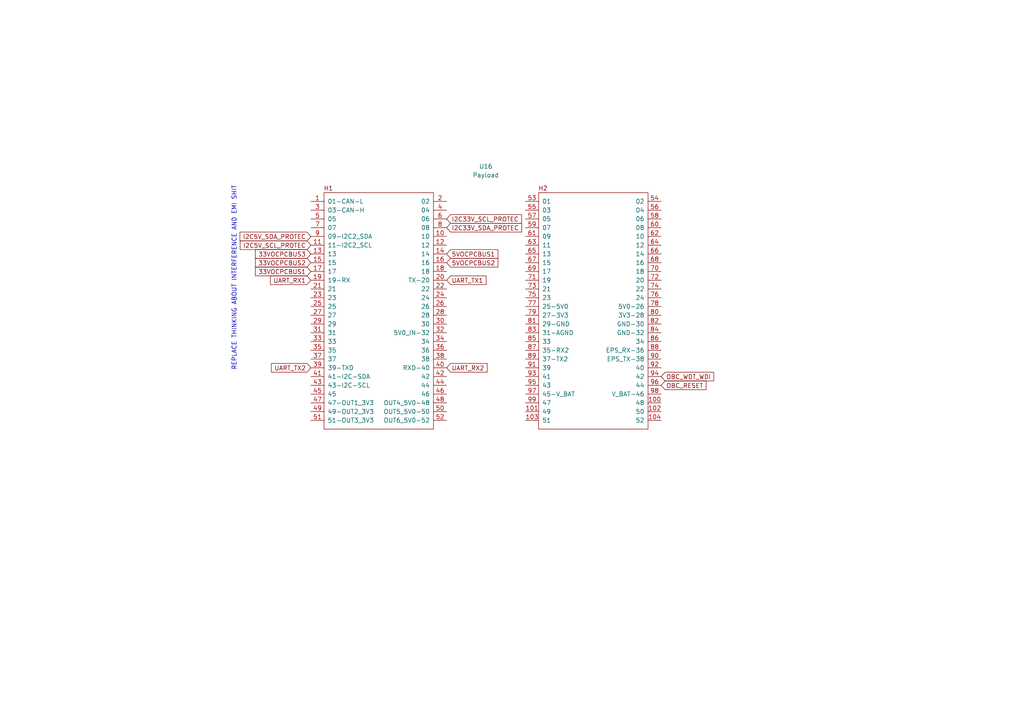
<source format=kicad_sch>
(kicad_sch (version 20231120) (generator "eeschema") (generator_version "8.0")
  (paper "A4")
  (lib_symbols
    (symbol "PC104:Payload" (pin_names (offset 1.016))
      (property "Reference" "U" (at 44.45 34.29 0))
      (property "Value" "Payload" (at 43.18 -36.83 0))
      (symbol "Payload_0_0"
        (text "H1" (at -45.72 34.29 0) (effects (font (size 1.27 1.27))))
        (text "H2" (at 16.51 34.29 0) (effects (font (size 1.27 1.27))))
      )
      (symbol "Payload_0_1"
        (rectangle (start -46.99 33.02) (end -15.24 -35.56))
        (rectangle (start 15.24 -35.56) (end 46.99 33.02))
      )
      (symbol "Payload_1_1"
        (pin bidirectional line (at -50.8 30.48 0) (length 3.81) (name "01-CAN-L") (number "1"))
        (pin input line (at -11.43 20.32 180) (length 3.81) (name "10") (number "10"))
        (pin output line (at 50.8 -27.94 180) (length 3.81) (name "48") (number "100"))
        (pin output line (at 11.43 -30.48 0) (length 3.81) (name "49") (number "101"))
        (pin output line (at 50.8 -30.48 180) (length 3.81) (name "50") (number "102"))
        (pin output line (at 11.43 -33.02 0) (length 3.81) (name "51") (number "103"))
        (pin output line (at 50.8 -33.02 180) (length 3.81) (name "52") (number "104"))
        (pin input line (at -50.8 17.78 0) (length 3.81) (name "11-I2C2_SCL") (number "11"))
        (pin input line (at -11.43 17.78 180) (length 3.81) (name "12") (number "12"))
        (pin input line (at -50.8 15.24 0) (length 3.81) (name "13") (number "13"))
        (pin input line (at -11.43 15.24 180) (length 3.81) (name "14") (number "14"))
        (pin input line (at -50.8 12.7 0) (length 3.81) (name "15") (number "15"))
        (pin input line (at -11.43 12.7 180) (length 3.81) (name "16") (number "16"))
        (pin input line (at -50.8 10.16 0) (length 3.81) (name "17") (number "17"))
        (pin input line (at -11.43 10.16 180) (length 3.81) (name "18") (number "18"))
        (pin input line (at -50.8 7.62 0) (length 3.81) (name "19-RX") (number "19"))
        (pin input line (at -11.43 30.48 180) (length 3.81) (name "02") (number "2"))
        (pin output line (at -11.43 7.62 180) (length 3.81) (name "TX-20") (number "20"))
        (pin input line (at -50.8 5.08 0) (length 3.81) (name "21") (number "21"))
        (pin input line (at -11.43 5.08 180) (length 3.81) (name "22") (number "22"))
        (pin input line (at -50.8 2.54 0) (length 3.81) (name "23") (number "23"))
        (pin input line (at -11.43 2.54 180) (length 3.81) (name "24") (number "24"))
        (pin input line (at -50.8 0 0) (length 3.81) (name "25") (number "25"))
        (pin input line (at -11.43 0 180) (length 3.81) (name "26") (number "26"))
        (pin input line (at -50.8 -2.54 0) (length 3.81) (name "27") (number "27"))
        (pin input line (at -11.43 -2.54 180) (length 3.81) (name "28") (number "28"))
        (pin input line (at -50.8 -5.08 0) (length 3.81) (name "29") (number "29"))
        (pin bidirectional line (at -50.8 27.94 0) (length 3.81) (name "03-CAN-H") (number "3"))
        (pin input line (at -11.43 -5.08 180) (length 3.81) (name "30") (number "30"))
        (pin input line (at -50.8 -7.62 0) (length 3.81) (name "31") (number "31"))
        (pin input line (at -11.43 -7.62 180) (length 3.81) (name "5V0_IN-32") (number "32"))
        (pin input line (at -50.8 -10.16 0) (length 3.81) (name "33") (number "33"))
        (pin input line (at -11.43 -10.16 180) (length 3.81) (name "34") (number "34"))
        (pin input line (at -50.8 -12.7 0) (length 3.81) (name "35") (number "35"))
        (pin input line (at -11.43 -12.7 180) (length 3.81) (name "36") (number "36"))
        (pin input line (at -50.8 -15.24 0) (length 3.81) (name "37") (number "37"))
        (pin input line (at -11.43 -15.24 180) (length 3.81) (name "38") (number "38"))
        (pin output line (at -50.8 -17.78 0) (length 3.81) (name "39-TXD") (number "39"))
        (pin input line (at -11.43 27.94 180) (length 3.81) (name "04") (number "4"))
        (pin input line (at -11.43 -17.78 180) (length 3.81) (name "RXD-40") (number "40"))
        (pin bidirectional line (at -50.8 -20.32 0) (length 3.81) (name "41-I2C-SDA") (number "41"))
        (pin input line (at -11.43 -20.32 180) (length 3.81) (name "42") (number "42"))
        (pin input line (at -50.8 -22.86 0) (length 3.81) (name "43-I2C-SCL") (number "43"))
        (pin input line (at -11.43 -22.86 180) (length 3.81) (name "44") (number "44"))
        (pin input line (at -50.8 -25.4 0) (length 3.81) (name "45") (number "45"))
        (pin input line (at -11.43 -25.4 180) (length 3.81) (name "46") (number "46"))
        (pin output line (at -50.8 -27.94 0) (length 3.81) (name "47-OUT1_3V3") (number "47"))
        (pin output line (at -11.43 -27.94 180) (length 3.81) (name "OUT4_5V0-48") (number "48"))
        (pin output line (at -50.8 -30.48 0) (length 3.81) (name "49-OUT2_3V3") (number "49"))
        (pin input line (at -50.8 25.4 0) (length 3.81) (name "05") (number "5"))
        (pin output line (at -11.43 -30.48 180) (length 3.81) (name "OUT5_5V0-50") (number "50"))
        (pin output line (at -50.8 -33.02 0) (length 3.81) (name "51-OUT3_3V3") (number "51"))
        (pin output line (at -11.43 -33.02 180) (length 3.81) (name "OUT6_5V0-52") (number "52"))
        (pin output line (at 11.43 30.48 0) (length 3.81) (name "01") (number "53"))
        (pin output line (at 50.8 30.48 180) (length 3.81) (name "02") (number "54"))
        (pin output line (at 11.43 27.94 0) (length 3.81) (name "03") (number "55"))
        (pin output line (at 50.8 27.94 180) (length 3.81) (name "04") (number "56"))
        (pin output line (at 11.43 25.4 0) (length 3.81) (name "05") (number "57"))
        (pin output line (at 50.8 25.4 180) (length 3.81) (name "06") (number "58"))
        (pin output line (at 11.43 22.86 0) (length 3.81) (name "07") (number "59"))
        (pin input line (at -11.43 25.4 180) (length 3.81) (name "06") (number "6"))
        (pin output line (at 50.8 22.86 180) (length 3.81) (name "08") (number "60"))
        (pin output line (at 11.43 20.32 0) (length 3.81) (name "09") (number "61"))
        (pin output line (at 50.8 20.32 180) (length 3.81) (name "10") (number "62"))
        (pin output line (at 11.43 17.78 0) (length 3.81) (name "11") (number "63"))
        (pin output line (at 50.8 17.78 180) (length 3.81) (name "12") (number "64"))
        (pin output line (at 11.43 15.24 0) (length 3.81) (name "13") (number "65"))
        (pin output line (at 50.8 15.24 180) (length 3.81) (name "14") (number "66"))
        (pin output line (at 11.43 12.7 0) (length 3.81) (name "15") (number "67"))
        (pin output line (at 50.8 12.7 180) (length 3.81) (name "16") (number "68"))
        (pin output line (at 11.43 10.16 0) (length 3.81) (name "17") (number "69"))
        (pin input line (at -50.8 22.86 0) (length 3.81) (name "07") (number "7"))
        (pin output line (at 50.8 10.16 180) (length 3.81) (name "18") (number "70"))
        (pin output line (at 11.43 7.62 0) (length 3.81) (name "19") (number "71"))
        (pin output line (at 50.8 7.62 180) (length 3.81) (name "20") (number "72"))
        (pin output line (at 11.43 5.08 0) (length 3.81) (name "21") (number "73"))
        (pin output line (at 50.8 5.08 180) (length 3.81) (name "22") (number "74"))
        (pin output line (at 11.43 2.54 0) (length 3.81) (name "23") (number "75"))
        (pin output line (at 50.8 2.54 180) (length 3.81) (name "24") (number "76"))
        (pin output line (at 11.43 0 0) (length 3.81) (name "25-5V0") (number "77"))
        (pin output line (at 50.8 0 180) (length 3.81) (name "5V0-26") (number "78"))
        (pin output line (at 11.43 -2.54 0) (length 3.81) (name "27-3V3") (number "79"))
        (pin input line (at -11.43 22.86 180) (length 3.81) (name "08") (number "8"))
        (pin output line (at 50.8 -2.54 180) (length 3.81) (name "3V3-28") (number "80"))
        (pin output line (at 11.43 -5.08 0) (length 3.81) (name "29-GND") (number "81"))
        (pin output line (at 50.8 -5.08 180) (length 3.81) (name "GND-30") (number "82"))
        (pin output line (at 11.43 -7.62 0) (length 3.81) (name "31-AGND") (number "83"))
        (pin output line (at 50.8 -7.62 180) (length 3.81) (name "GND-32") (number "84"))
        (pin output line (at 11.43 -10.16 0) (length 3.81) (name "33") (number "85"))
        (pin output line (at 50.8 -10.16 180) (length 3.81) (name "34") (number "86"))
        (pin input line (at 11.43 -12.7 0) (length 3.81) (name "35-RX2") (number "87"))
        (pin input line (at 50.8 -12.7 180) (length 3.81) (name "EPS_RX-36") (number "88"))
        (pin output line (at 11.43 -15.24 0) (length 3.81) (name "37-TX2") (number "89"))
        (pin bidirectional line (at -50.8 20.32 0) (length 3.81) (name "09-I2C2_SDA") (number "9"))
        (pin output line (at 50.8 -15.24 180) (length 3.81) (name "EPS_TX-38") (number "90"))
        (pin output line (at 11.43 -17.78 0) (length 3.81) (name "39") (number "91"))
        (pin output line (at 50.8 -17.78 180) (length 3.81) (name "40") (number "92"))
        (pin output line (at 11.43 -20.32 0) (length 3.81) (name "41") (number "93"))
        (pin output line (at 50.8 -20.32 180) (length 3.81) (name "42") (number "94"))
        (pin output line (at 11.43 -22.86 0) (length 3.81) (name "43") (number "95"))
        (pin output line (at 50.8 -22.86 180) (length 3.81) (name "44") (number "96"))
        (pin output line (at 11.43 -25.4 0) (length 3.81) (name "45-V_BAT") (number "97"))
        (pin output line (at 50.8 -25.4 180) (length 3.81) (name "V_BAT-46") (number "98"))
        (pin output line (at 11.43 -27.94 0) (length 3.81) (name "47") (number "99"))
      )
    )
  )
  (text "REPLACE THINKING ABOUT INTERFERENCE AND EMI SHIT" (at 67.945 80.645 90) (effects (font (size 1.27 1.27))))
  (global_label "I2C33V_SCL_PROTEC" (shape input) (at 129.54 63.5 0) (property "Intersheetrefs" "${INTERSHEET_REFS}" (effects (hide yes))))
  (global_label "I2C33V_SDA_PROTEC" (shape input) (at 129.54 66.04 0) (property "Intersheetrefs" "${INTERSHEET_REFS}" (effects (hide yes))))
  (global_label "33VOCPCBUS3" (shape input) (at 90.17 73.66 180) (property "Intersheetrefs" "${INTERSHEET_REFS}" (effects (hide yes))))
  (global_label "UART_RX1" (shape input) (at 90.17 81.28 180) (property "Intersheetrefs" "${INTERSHEET_REFS}" (effects (hide yes))))
  (global_label "33VOCPCBUS2" (shape input) (at 90.17 76.2 180) (property "Intersheetrefs" "${INTERSHEET_REFS}" (effects (hide yes))))
  (global_label "OBC_RESET" (shape input) (at 191.77 111.76 0) (property "Intersheetrefs" "${INTERSHEET_REFS}" (effects (hide yes))))
  (global_label "OBC_WDT_WDI" (shape input) (at 191.77 109.22 0) (property "Intersheetrefs" "${INTERSHEET_REFS}" (effects (hide yes))))
  (global_label "5VOCPCBUS2" (shape input) (at 129.54 76.2 0) (property "Intersheetrefs" "${INTERSHEET_REFS}" (effects (hide yes))))
  (global_label "5VOCPCBUS1" (shape input) (at 129.54 73.66 0) (property "Intersheetrefs" "${INTERSHEET_REFS}" (effects (hide yes))))
  (global_label "UART_TX2" (shape input) (at 90.17 106.68 180) (property "Intersheetrefs" "${INTERSHEET_REFS}" (effects (hide yes))))
  (global_label "I2C5V_SCL_PROTEC" (shape input) (at 90.17 71.12 180) (property "Intersheetrefs" "${INTERSHEET_REFS}" (effects (hide yes))))
  (global_label "UART_RX2" (shape input) (at 129.54 106.68 0) (property "Intersheetrefs" "${INTERSHEET_REFS}" (effects (hide yes))))
  (global_label "UART_TX1" (shape input) (at 129.54 81.28 0) (property "Intersheetrefs" "${INTERSHEET_REFS}" (effects (hide yes))))
  (global_label "33VOCPCBUS1" (shape input) (at 90.17 78.74 180) (property "Intersheetrefs" "${INTERSHEET_REFS}" (effects (hide yes))))
  (global_label "I2C5V_SDA_PROTEC" (shape input) (at 90.17 68.58 180) (property "Intersheetrefs" "${INTERSHEET_REFS}" (effects (hide yes))))
  (symbol (lib_id "PC104:Payload") (at 140.97 88.9 0) (unit 1)
    (property "Reference" "U16" (at 140.9144 48.26 0))
    (property "Value" "Payload" (at 140.9144 50.8 0))
    (property "JLCPCB Part#" "ESQ-126-24-G-D" (effects (hide yes)))
  )
)
</source>
